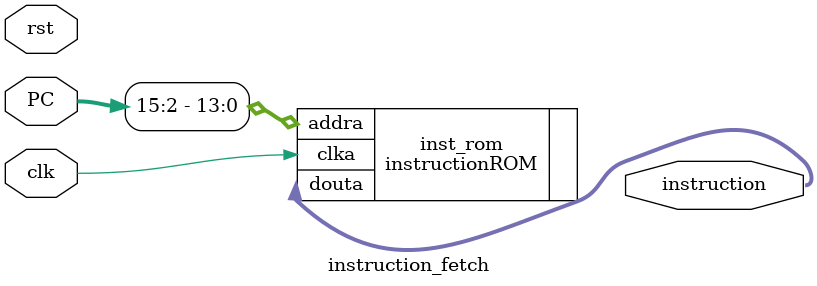
<source format=v>
`timescale 1ns / 1ps

module instruction_fetch(
   input wire clk,             // æ¶éä¿¡å·
   input wire rst,             // å¤ä½ä¿¡å·
   input wire [31:0] PC,       // ç¨åºè®¡æ°å?
   output [31:0] instruction // è¾åºæä»¤
    );

    instructionROM inst_rom (
        .clka(clk),
        .addra(PC[15:2]),
        .douta(instruction)
    );
    


endmodule

</source>
